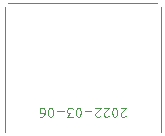
<source format=gbr>
%TF.GenerationSoftware,KiCad,Pcbnew,(6.0.2-0)*%
%TF.CreationDate,2022-03-05T07:56:46+00:00*%
%TF.ProjectId,Generic01,47656e65-7269-4633-9031-2e6b69636164,1*%
%TF.SameCoordinates,Original*%
%TF.FileFunction,Legend,Top*%
%TF.FilePolarity,Positive*%
%FSLAX46Y46*%
G04 Gerber Fmt 4.6, Leading zero omitted, Abs format (unit mm)*
G04 Created by KiCad (PCBNEW (6.0.2-0)) date 2022-03-05 07:56:46*
%MOMM*%
%LPD*%
G01*
G04 APERTURE LIST*
%ADD10C,0.100000*%
%ADD11C,0.120000*%
G04 APERTURE END LIST*
D10*
%TO.C,U1*%
X149242857Y-119339285D02*
X149207142Y-119375000D01*
X149135714Y-119410714D01*
X148957142Y-119410714D01*
X148885714Y-119375000D01*
X148850000Y-119339285D01*
X148814285Y-119267857D01*
X148814285Y-119196428D01*
X148850000Y-119089285D01*
X149278571Y-118660714D01*
X148814285Y-118660714D01*
X148350000Y-119410714D02*
X148278571Y-119410714D01*
X148207142Y-119375000D01*
X148171428Y-119339285D01*
X148135714Y-119267857D01*
X148100000Y-119125000D01*
X148100000Y-118946428D01*
X148135714Y-118803571D01*
X148171428Y-118732142D01*
X148207142Y-118696428D01*
X148278571Y-118660714D01*
X148350000Y-118660714D01*
X148421428Y-118696428D01*
X148457142Y-118732142D01*
X148492857Y-118803571D01*
X148528571Y-118946428D01*
X148528571Y-119125000D01*
X148492857Y-119267857D01*
X148457142Y-119339285D01*
X148421428Y-119375000D01*
X148350000Y-119410714D01*
X147814285Y-119339285D02*
X147778571Y-119375000D01*
X147707142Y-119410714D01*
X147528571Y-119410714D01*
X147457142Y-119375000D01*
X147421428Y-119339285D01*
X147385714Y-119267857D01*
X147385714Y-119196428D01*
X147421428Y-119089285D01*
X147850000Y-118660714D01*
X147385714Y-118660714D01*
X147100000Y-119339285D02*
X147064285Y-119375000D01*
X146992857Y-119410714D01*
X146814285Y-119410714D01*
X146742857Y-119375000D01*
X146707142Y-119339285D01*
X146671428Y-119267857D01*
X146671428Y-119196428D01*
X146707142Y-119089285D01*
X147135714Y-118660714D01*
X146671428Y-118660714D01*
X146350000Y-118946428D02*
X145778571Y-118946428D01*
X145278571Y-119410714D02*
X145207142Y-119410714D01*
X145135714Y-119375000D01*
X145100000Y-119339285D01*
X145064285Y-119267857D01*
X145028571Y-119125000D01*
X145028571Y-118946428D01*
X145064285Y-118803571D01*
X145100000Y-118732142D01*
X145135714Y-118696428D01*
X145207142Y-118660714D01*
X145278571Y-118660714D01*
X145350000Y-118696428D01*
X145385714Y-118732142D01*
X145421428Y-118803571D01*
X145457142Y-118946428D01*
X145457142Y-119125000D01*
X145421428Y-119267857D01*
X145385714Y-119339285D01*
X145350000Y-119375000D01*
X145278571Y-119410714D01*
X144778571Y-119410714D02*
X144314285Y-119410714D01*
X144564285Y-119125000D01*
X144457142Y-119125000D01*
X144385714Y-119089285D01*
X144350000Y-119053571D01*
X144314285Y-118982142D01*
X144314285Y-118803571D01*
X144350000Y-118732142D01*
X144385714Y-118696428D01*
X144457142Y-118660714D01*
X144671428Y-118660714D01*
X144742857Y-118696428D01*
X144778571Y-118732142D01*
X143992857Y-118946428D02*
X143421428Y-118946428D01*
X142921428Y-119410714D02*
X142850000Y-119410714D01*
X142778571Y-119375000D01*
X142742857Y-119339285D01*
X142707142Y-119267857D01*
X142671428Y-119125000D01*
X142671428Y-118946428D01*
X142707142Y-118803571D01*
X142742857Y-118732142D01*
X142778571Y-118696428D01*
X142850000Y-118660714D01*
X142921428Y-118660714D01*
X142992857Y-118696428D01*
X143028571Y-118732142D01*
X143064285Y-118803571D01*
X143100000Y-118946428D01*
X143100000Y-119125000D01*
X143064285Y-119267857D01*
X143028571Y-119339285D01*
X142992857Y-119375000D01*
X142921428Y-119410714D01*
X142028571Y-119410714D02*
X142171428Y-119410714D01*
X142242857Y-119375000D01*
X142278571Y-119339285D01*
X142350000Y-119232142D01*
X142385714Y-119089285D01*
X142385714Y-118803571D01*
X142350000Y-118732142D01*
X142314285Y-118696428D01*
X142242857Y-118660714D01*
X142100000Y-118660714D01*
X142028571Y-118696428D01*
X141992857Y-118732142D01*
X141957142Y-118803571D01*
X141957142Y-118982142D01*
X141992857Y-119053571D01*
X142028571Y-119089285D01*
X142100000Y-119125000D01*
X142242857Y-119125000D01*
X142314285Y-119089285D01*
X142350000Y-119053571D01*
X142385714Y-118982142D01*
D11*
X152200000Y-110100000D02*
X152200000Y-120700000D01*
X151900000Y-109800000D02*
X139300000Y-109800000D01*
X139000000Y-110100000D02*
X139000000Y-120700000D01*
%TD*%
M02*

</source>
